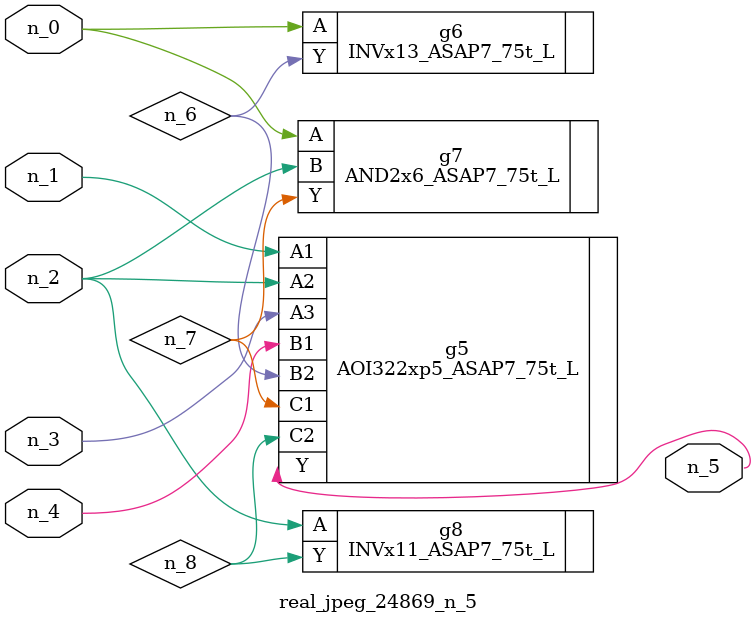
<source format=v>
module real_jpeg_24869_n_5 (n_4, n_0, n_1, n_2, n_3, n_5);

input n_4;
input n_0;
input n_1;
input n_2;
input n_3;

output n_5;

wire n_8;
wire n_6;
wire n_7;

INVx13_ASAP7_75t_L g6 ( 
.A(n_0),
.Y(n_6)
);

AND2x6_ASAP7_75t_L g7 ( 
.A(n_0),
.B(n_2),
.Y(n_7)
);

AOI322xp5_ASAP7_75t_L g5 ( 
.A1(n_1),
.A2(n_2),
.A3(n_3),
.B1(n_4),
.B2(n_6),
.C1(n_7),
.C2(n_8),
.Y(n_5)
);

INVx11_ASAP7_75t_L g8 ( 
.A(n_2),
.Y(n_8)
);


endmodule
</source>
